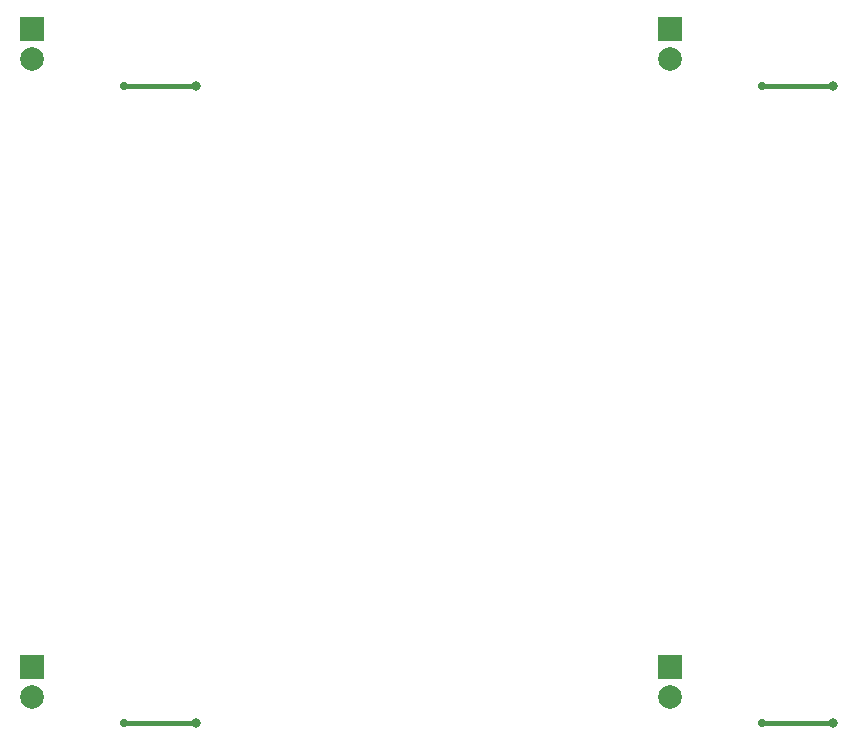
<source format=gbl>
G04 Layer_Physical_Order=2*
G04 Layer_Color=16711680*
%FSLAX25Y25*%
%MOIN*%
G70*
G01*
G75*
%ADD10C,0.02756*%
%ADD13C,0.01772*%
%ADD14C,0.07874*%
%ADD15R,0.07874X0.07874*%
%ADD16C,0.03150*%
D10*
X255906Y148130D02*
D03*
Y360728D02*
D03*
X43307D02*
D03*
Y148130D02*
D03*
D13*
X255906D02*
X279626D01*
X255906Y360728D02*
X279626D01*
X43307D02*
X67028D01*
X43307Y148130D02*
X67028D01*
D14*
X225197Y156929D02*
D03*
Y369528D02*
D03*
X12598D02*
D03*
Y156929D02*
D03*
D15*
X225197Y166929D02*
D03*
Y379528D02*
D03*
X12598D02*
D03*
Y166929D02*
D03*
D16*
X279626Y148130D02*
D03*
Y360728D02*
D03*
X67028D02*
D03*
Y148130D02*
D03*
M02*

</source>
